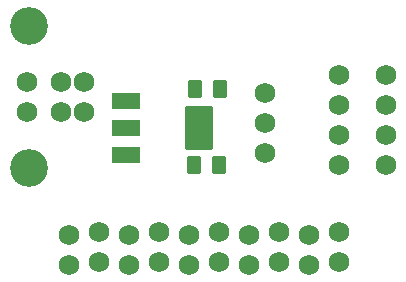
<source format=gts>
%TF.GenerationSoftware,KiCad,Pcbnew,7.0.8*%
%TF.CreationDate,2024-04-10T09:11:16-04:00*%
%TF.ProjectId,petit-swd,70657469-742d-4737-9764-2e6b69636164,0.1*%
%TF.SameCoordinates,PX77e7cd0PY6a95280*%
%TF.FileFunction,Soldermask,Top*%
%TF.FilePolarity,Negative*%
%FSLAX46Y46*%
G04 Gerber Fmt 4.6, Leading zero omitted, Abs format (unit mm)*
G04 Created by KiCad (PCBNEW 7.0.8) date 2024-04-10 09:11:16*
%MOMM*%
%LPD*%
G01*
G04 APERTURE LIST*
G04 Aperture macros list*
%AMRoundRect*
0 Rectangle with rounded corners*
0 $1 Rounding radius*
0 $2 $3 $4 $5 $6 $7 $8 $9 X,Y pos of 4 corners*
0 Add a 4 corners polygon primitive as box body*
4,1,4,$2,$3,$4,$5,$6,$7,$8,$9,$2,$3,0*
0 Add four circle primitives for the rounded corners*
1,1,$1+$1,$2,$3*
1,1,$1+$1,$4,$5*
1,1,$1+$1,$6,$7*
1,1,$1+$1,$8,$9*
0 Add four rect primitives between the rounded corners*
20,1,$1+$1,$2,$3,$4,$5,0*
20,1,$1+$1,$4,$5,$6,$7,0*
20,1,$1+$1,$6,$7,$8,$9,0*
20,1,$1+$1,$8,$9,$2,$3,0*%
G04 Aperture macros list end*
%ADD10C,1.727200*%
%ADD11C,3.203200*%
%ADD12RoundRect,0.101600X-1.100000X0.600000X-1.100000X-0.600000X1.100000X-0.600000X1.100000X0.600000X0*%
%ADD13RoundRect,0.101600X-1.100000X1.750000X-1.100000X-1.750000X1.100000X-1.750000X1.100000X1.750000X0*%
%ADD14RoundRect,0.101600X-0.508000X-0.635000X0.508000X-0.635000X0.508000X0.635000X-0.508000X0.635000X0*%
G04 APERTURE END LIST*
D10*
%TO.C,CON102*%
X28575000Y19685000D03*
X28575000Y17145000D03*
X28575000Y14605000D03*
X28575000Y12065000D03*
%TD*%
%TO.C,CON104*%
X6985000Y16550000D03*
X6985000Y19050000D03*
X4985000Y19050000D03*
X4985000Y16550000D03*
D11*
X2275000Y11780000D03*
X2275000Y23820000D03*
%TD*%
D10*
%TO.C,CON105*%
X22288500Y18084800D03*
X22288500Y15544800D03*
X22288500Y13004800D03*
%TD*%
%TO.C,CON101*%
X5715000Y3556000D03*
X5715000Y6096000D03*
X8255000Y3810000D03*
X8255000Y6350000D03*
X10795000Y3556000D03*
X10795000Y6096000D03*
X13335000Y3810000D03*
X13335000Y6350000D03*
X15875000Y3556000D03*
X15875000Y6096000D03*
X18415000Y3810000D03*
X18415000Y6350000D03*
X20955000Y3556000D03*
X20955000Y6096000D03*
X23495000Y3810000D03*
X23495000Y6350000D03*
X26035000Y3556000D03*
X26035000Y6096000D03*
X28575000Y3810000D03*
X28575000Y6350000D03*
%TD*%
%TO.C,CON106*%
X2140000Y16535400D03*
X2140000Y19075400D03*
%TD*%
D12*
%TO.C,U101*%
X10527100Y17463800D03*
D13*
X16727100Y15163800D03*
D12*
X10527100Y15163800D03*
X10527100Y12863800D03*
%TD*%
D10*
%TO.C,CON103*%
X32575500Y19685000D03*
X32575500Y17145000D03*
X32575500Y14605000D03*
X32575500Y12065000D03*
%TD*%
D14*
%TO.C,C102*%
X16357600Y18440400D03*
X18516600Y18440400D03*
%TD*%
%TO.C,C101*%
X16256000Y12065000D03*
X18415000Y12065000D03*
%TD*%
M02*

</source>
